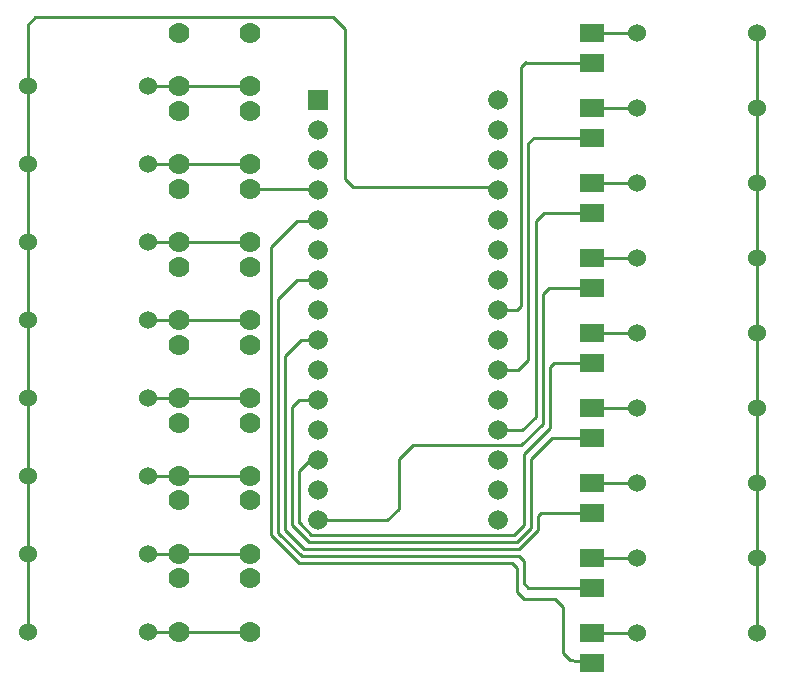
<source format=gbr>
G04 DesignSpark PCB Gerber Version 10.0 Build 5299*
G04 #@! TF.Part,Single*
G04 #@! TF.FileFunction,Copper,L2,Bot*
G04 #@! TF.FilePolarity,Positive*
%FSLAX35Y35*%
%MOIN*%
G04 #@! TA.AperFunction,ComponentPad*
%ADD11R,0.06555X0.06555*%
G04 #@! TD.AperFunction*
%ADD10C,0.01000*%
G04 #@! TA.AperFunction,ComponentPad*
%ADD14C,0.06000*%
%ADD12C,0.06555*%
%ADD13R,0.08000X0.06000*%
%ADD15C,0.07000*%
G04 #@! TD.AperFunction*
X0Y0D02*
D02*
D10*
X6112Y46269D02*
Y20285D01*
Y72254D02*
Y46269D01*
Y98021D02*
Y72254D01*
Y124222D02*
Y98021D01*
Y150206D02*
Y124222D01*
Y176191D02*
Y162805D01*
Y150206D01*
Y202175D02*
Y222647D01*
X8474Y225009D01*
X107923D01*
X111899Y221033D01*
Y171033D01*
X114399Y168533D01*
X161880D01*
X162962Y167450D01*
X6112Y202175D02*
Y176191D01*
X46112Y20285D02*
X56506D01*
X46112Y46269D02*
X56506D01*
X46112Y72254D02*
X56506D01*
X46112Y98021D02*
X56289D01*
X56506Y98238D01*
X46112Y124222D02*
X56506D01*
X46112Y150206D02*
X56506D01*
X46112Y176191D02*
X56506D01*
X46112Y202175D02*
X56506D01*
X56289Y98021D02*
X56506Y98238D01*
Y20285D02*
X80128D01*
X56506Y46269D02*
X80128D01*
X56506Y72254D02*
X80128D01*
X56506Y98238D02*
X80128D01*
X56506Y124222D02*
X80128D01*
X56506Y150206D02*
X80128D01*
X56506Y176191D02*
X80128D01*
X56506Y202175D02*
X80128D01*
Y167923D02*
X102490D01*
X102962Y167450D01*
X102687Y137175D02*
X102962Y137450D01*
Y57450D02*
X125954D01*
X129734Y61230D01*
Y77765D01*
X134458Y82490D01*
X170679D01*
X102962Y57450D02*
X103710D01*
X102962Y77450D02*
X100285D01*
X96663Y73828D01*
Y56387D01*
X96781D01*
X100600Y52569D01*
X168317D01*
X171466Y55718D01*
Y79340D01*
X180128Y88002D01*
Y108474D01*
X181604Y109950D01*
X194301D01*
X102962Y77450D02*
X101506D01*
X102962Y97450D02*
X96663D01*
X94301Y95088D01*
Y55718D01*
X99813Y50206D01*
X169104D01*
X173828Y54931D01*
Y77765D01*
X181013Y84950D01*
X194301D01*
X102962Y97450D02*
X102313D01*
X102962Y117450D02*
X97076D01*
X91939Y112313D01*
Y54143D01*
X98238Y47844D01*
X169891D01*
X176191Y54143D01*
Y58868D01*
X177273Y59950D01*
X194301D01*
X102962Y137450D02*
X95876D01*
X89576Y131151D01*
Y53297D01*
X97391Y45482D01*
X169891D01*
X171466Y43907D01*
Y36525D01*
X173041Y34950D01*
X194301D01*
X102962Y157450D02*
X102805Y157293D01*
X95876D01*
X87214Y148631D01*
Y52569D01*
X96663Y43120D01*
X167529D01*
X169104Y41545D01*
Y33533D01*
X171565Y31072D01*
X181860D01*
X184399Y28533D01*
Y13238D01*
X186899Y10738D01*
X194301Y9950D01*
X102962Y157450D02*
X102765Y157647D01*
X162962Y87450D02*
X170915D01*
X175403Y91939D01*
Y157293D01*
X178061Y159950D01*
X194301D01*
X162962Y107450D02*
X169655D01*
X173041Y110836D01*
Y183277D01*
X174714Y184950D01*
X194301D01*
X162962Y127450D02*
X169183D01*
X170679Y128946D01*
Y208474D01*
X172254Y210049D01*
X172352Y209950D01*
X194301D01*
X162962Y167450D02*
Y169104D01*
Y167529D02*
Y167450D01*
Y169025D02*
Y167450D01*
X170679Y82490D02*
X177765Y89576D01*
Y132883D01*
X179832Y134950D01*
X194301D01*
Y9950D02*
Y10738D01*
Y19950D02*
X209301D01*
X194301Y60383D02*
Y59950D01*
Y84950D02*
Y85639D01*
Y94950D02*
X209301D01*
X194301Y134950D02*
Y135246D01*
Y144950D02*
X209301D01*
X194301Y159950D02*
Y159655D01*
Y209950D02*
X193051Y211137D01*
X194301D01*
X209301Y44950D02*
X194301D01*
X209301Y69950D02*
X194301D01*
X209301Y119950D02*
X194301D01*
X209301Y169950D02*
X194301D01*
X209301Y194950D02*
X194301D01*
X209301Y219950D02*
X194301D01*
X249301Y19950D02*
Y44950D01*
Y69950D02*
Y44950D01*
Y94950D02*
Y69950D01*
Y119950D02*
Y94950D01*
Y144950D02*
Y169950D01*
Y144950D02*
Y119950D01*
Y194950D02*
Y169950D01*
Y219950D02*
Y194950D01*
D02*
D11*
X102962Y197450D03*
D02*
D12*
Y57450D03*
Y67450D03*
Y77450D03*
Y87450D03*
Y97450D03*
Y107450D03*
Y117450D03*
Y127450D03*
Y137450D03*
Y147450D03*
Y157450D03*
Y167450D03*
Y177450D03*
Y187450D03*
X162962Y57450D03*
Y67450D03*
Y77450D03*
Y87450D03*
Y97450D03*
Y107450D03*
Y117450D03*
Y127450D03*
Y137450D03*
Y147450D03*
Y157450D03*
Y167450D03*
Y177450D03*
Y187450D03*
Y197450D03*
D02*
D13*
X194301Y9950D03*
Y19950D03*
Y34950D03*
Y44950D03*
Y59950D03*
Y69950D03*
Y84950D03*
Y94950D03*
Y109950D03*
Y119950D03*
Y134950D03*
Y144950D03*
Y159950D03*
Y169950D03*
Y184950D03*
Y194950D03*
Y209950D03*
Y219950D03*
D02*
D14*
X6112Y20285D03*
Y46269D03*
Y72254D03*
Y98021D03*
Y124222D03*
Y150206D03*
Y176191D03*
Y202175D03*
X46112Y20285D03*
Y46269D03*
Y72254D03*
Y98021D03*
Y124222D03*
Y150206D03*
Y176191D03*
Y202175D03*
X209301Y19950D03*
Y44950D03*
Y69950D03*
Y94950D03*
Y119950D03*
Y144950D03*
Y169950D03*
Y194950D03*
Y219950D03*
X249301Y19950D03*
Y44950D03*
Y69950D03*
Y94950D03*
Y119950D03*
Y144950D03*
Y169950D03*
Y194950D03*
Y219950D03*
D02*
D15*
X56506Y20285D03*
Y38002D03*
Y46269D03*
Y63986D03*
Y72254D03*
Y89970D03*
Y98238D03*
Y115954D03*
Y124222D03*
Y141939D03*
Y150206D03*
Y167923D03*
Y176191D03*
Y193907D03*
Y202175D03*
Y219891D03*
X80128Y20285D03*
Y38002D03*
Y46269D03*
Y63986D03*
Y72254D03*
Y89970D03*
Y98238D03*
Y115954D03*
Y124222D03*
Y141939D03*
Y150206D03*
Y167923D03*
Y176191D03*
Y193907D03*
Y202175D03*
Y219891D03*
X0Y0D02*
M02*

</source>
